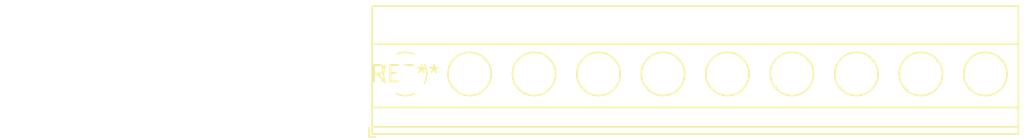
<source format=kicad_pcb>
(kicad_pcb (version 20240108) (generator pcbnew)
  (layers (0 "F.Cu" signal) (31 "B.Cu" signal) (34 "B.Paste" user) (35 "F.Paste" user) (36 "B.SilkS" user "B.Silkscreen") (37 "F.SilkS" user "F.Silkscreen") (38 "B.Mask" user) (39 "F.Mask" user) (44 "Edge.Cuts" user))
  (net 0 "")
  (footprint "TerminalBlock_Phoenix_MKDS-1,5-10_1x10_P5.00mm_Horizontal" (layer "F.Cu") (at 0 0)
    (property "Reference" "REF**")
    (property "Value" "TerminalBlock_Phoenix_MKDS-1,5-10_1x10_P5.00mm_Horizontal")
    (fp_line (start -2.8 4.16) (end -2.8 4.9) (layer "F.SilkS") (stroke (width 0.12)))
    (fp_line (start -2.8 4.9) (end -2.3 4.9) (layer "F.SilkS") (stroke (width 0.12)))
    (fp_line (start -2.56 -5.261) (end -2.56 4.66) (layer "F.SilkS") (stroke (width 0.12)))
    (fp_line (start -2.56 -5.261) (end 47.56 -5.261) (layer "F.SilkS") (stroke (width 0.12)))
    (fp_line (start -2.56 -2.301) (end 47.56 -2.301) (layer "F.SilkS") (stroke (width 0.12)))
    (fp_line (start -2.56 2.6) (end 47.56 2.6) (layer "F.SilkS") (stroke (width 0.12)))
    (fp_line (start -2.56 4.1) (end 47.56 4.1) (layer "F.SilkS") (stroke (width 0.12)))
    (fp_line (start -2.56 4.66) (end 47.56 4.66) (layer "F.SilkS") (stroke (width 0.12)))
    (fp_line (start 3.773 1.023) (end 3.726 1.069) (layer "F.SilkS") (stroke (width 0.12)))
    (fp_line (start 3.966 1.239) (end 3.931 1.274) (layer "F.SilkS") (stroke (width 0.12)))
    (fp_line (start 6.07 -1.275) (end 6.035 -1.239) (layer "F.SilkS") (stroke (width 0.12)))
    (fp_line (start 6.275 -1.069) (end 6.228 -1.023) (layer "F.SilkS") (stroke (width 0.12)))
    (fp_line (start 8.773 1.023) (end 8.726 1.069) (layer "F.SilkS") (stroke (width 0.12)))
    (fp_line (start 8.966 1.239) (end 8.931 1.274) (layer "F.SilkS") (stroke (width 0.12)))
    (fp_line (start 11.07 -1.275) (end 11.035 -1.239) (layer "F.SilkS") (stroke (width 0.12)))
    (fp_line (start 11.275 -1.069) (end 11.228 -1.023) (layer "F.SilkS") (stroke (width 0.12)))
    (fp_line (start 13.773 1.023) (end 13.726 1.069) (layer "F.SilkS") (stroke (width 0.12)))
    (fp_line (start 13.966 1.239) (end 13.931 1.274) (layer "F.SilkS") (stroke (width 0.12)))
    (fp_line (start 16.07 -1.275) (end 16.035 -1.239) (layer "F.SilkS") (stroke (width 0.12)))
    (fp_line (start 16.275 -1.069) (end 16.228 -1.023) (layer "F.SilkS") (stroke (width 0.12)))
    (fp_line (start 18.773 1.023) (end 18.726 1.069) (layer "F.SilkS") (stroke (width 0.12)))
    (fp_line (start 18.966 1.239) (end 18.931 1.274) (layer "F.SilkS") (stroke (width 0.12)))
    (fp_line (start 21.07 -1.275) (end 21.035 -1.239) (layer "F.SilkS") (stroke (width 0.12)))
    (fp_line (start 21.275 -1.069) (end 21.228 -1.023) (layer "F.SilkS") (stroke (width 0.12)))
    (fp_line (start 23.773 1.023) (end 23.726 1.069) (layer "F.SilkS") (stroke (width 0.12)))
    (fp_line (start 23.966 1.239) (end 23.931 1.274) (layer "F.SilkS") (stroke (width 0.12)))
    (fp_line (start 26.07 -1.275) (end 26.035 -1.239) (layer "F.SilkS") (stroke (width 0.12)))
    (fp_line (start 26.275 -1.069) (end 26.228 -1.023) (layer "F.SilkS") (stroke (width 0.12)))
    (fp_line (start 28.773 1.023) (end 28.726 1.069) (layer "F.SilkS") (stroke (width 0.12)))
    (fp_line (start 28.966 1.239) (end 28.931 1.274) (layer "F.SilkS") (stroke (width 0.12)))
    (fp_line (start 31.07 -1.275) (end 31.035 -1.239) (layer "F.SilkS") (stroke (width 0.12)))
    (fp_line (start 31.275 -1.069) (end 31.228 -1.023) (layer "F.SilkS") (stroke (width 0.12)))
    (fp_line (start 33.773 1.023) (end 33.726 1.069) (layer "F.SilkS") (stroke (width 0.12)))
    (fp_line (start 33.966 1.239) (end 33.931 1.274) (layer "F.SilkS") (stroke (width 0.12)))
    (fp_line (start 36.07 -1.275) (end 36.035 -1.239) (layer "F.SilkS") (stroke (width 0.12)))
    (fp_line (start 36.275 -1.069) (end 36.228 -1.023) (layer "F.SilkS") (stroke (width 0.12)))
    (fp_line (start 38.773 1.023) (end 38.726 1.069) (layer "F.SilkS") (stroke (width 0.12)))
    (fp_line (start 38.966 1.239) (end 38.931 1.274) (layer "F.SilkS") (stroke (width 0.12)))
    (fp_line (start 41.07 -1.275) (end 41.035 -1.239) (layer "F.SilkS") (stroke (width 0.12)))
    (fp_line (start 41.275 -1.069) (end 41.228 -1.023) (layer "F.SilkS") (stroke (width 0.12)))
    (fp_line (start 43.773 1.023) (end 43.726 1.069) (layer "F.SilkS") (stroke (width 0.12)))
    (fp_line (start 43.966 1.239) (end 43.931 1.274) (layer "F.SilkS") (stroke (width 0.12)))
    (fp_line (start 46.07 -1.275) (end 46.035 -1.239) (layer "F.SilkS") (stroke (width 0.12)))
    (fp_line (start 46.275 -1.069) (end 46.228 -1.023) (layer "F.SilkS") (stroke (width 0.12)))
    (fp_line (start 47.56 -5.261) (end 47.56 4.66) (layer "F.SilkS") (stroke (width 0.12)))
    (fp_arc (start -1.535427 0.683042) (mid -1.680501 -0.000524) (end -1.535 -0.684) (layer "F.SilkS") (stroke (width 0.12)))
    (fp_arc (start -0.683042 -1.535427) (mid 0.000524 -1.680501) (end 0.684 -1.535) (layer "F.SilkS") (stroke (width 0.12)))
    (fp_arc (start 0.028805 1.680253) (mid -0.335551 1.646659) (end -0.684 1.535) (layer "F.SilkS") (stroke (width 0.12)))
    (fp_arc (start 0.683318 1.534756) (mid 0.349292 1.643288) (end 0 1.68) (layer "F.SilkS") (stroke (width 0.12)))
    (fp_arc (start 1.535427 -0.683042) (mid 1.680501 0.000524) (end 1.535 0.684) (layer "F.SilkS") (stroke (width 0.12)))
    (fp_circle (center 5 0) (end 6.68 0) (layer "F.SilkS") (stroke (width 0.12)) (fill none))
    (fp_circle (center 10 0) (end 11.68 0) (layer "F.SilkS") (stroke (width 0.12)) (fill none))
    (fp_circle (center 15 0) (end 16.68 0) (layer "F.SilkS") (stroke (width 0.12)) (fill none))
    (fp_circle (center 20 0) (end 21.68 0) (layer "F.SilkS") (stroke (width 0.12)) (fill none))
    (fp_circle (center 25 0) (end 26.68 0) (layer "F.SilkS") (stroke (width 0.12)) (fill none))
    (fp_circle (center 30 0) (end 31.68 0) (layer "F.SilkS") (stroke (width 0.12)) (fill none))
    (fp_circle (center 35 0) (end 36.68 0) (layer "F.SilkS") (stroke (width 0.12)) (fill none))
    (fp_circle (center 40 0) (end 41.68 0) (layer "F.SilkS") (stroke (width 0.12)) (fill none))
    (fp_circle (center 45 0) (end 46.68 0) (layer "F.SilkS") (stroke (width 0.12)) (fill none))
    (pad "1" thru_hole rect (at 0 0) (size 2.6 2.6) (drill 1.3) (layers *.Cu *.Mask) (remove_unused_layers))
    (pad "2" thru_hole circle (at 5 0) (size 2.6 2.6) (drill 1.3) (layers *.Cu *.Mask) (remove_unused_layers))
    (pad "3" thru_hole circle (at 10 0) (size 2.6 2.6) (drill 1.3) (layers *.Cu *.Mask) (remove_unused_layers))
    (pad "4" thru_hole circle (at 15 0) (size 2.6 2.6) (drill 1.3) (layers *.Cu *.Mask) (remove_unused_layers))
    (pad "5" thru_hole circle (at 20 0) (size 2.6 2.6) (drill 1.3) (layers *.Cu *.Mask) (remove_unused_layers))
    (pad "6" thru_hole circle (at 25 0) (size 2.6 2.6) (drill 1.3) (layers *.Cu *.Mask) (remove_unused_layers))
    (pad "7" thru_hole circle (at 30 0) (size 2.6 2.6) (drill 1.3) (layers *.Cu *.Mask) (remove_unused_layers))
    (pad "8" thru_hole circle (at 35 0) (size 2.6 2.6) (drill 1.3) (layers *.Cu *.Mask) (remove_unused_layers))
    (pad "9" thru_hole circle (at 40 0) (size 2.6 2.6) (drill 1.3) (layers *.Cu *.Mask) (remove_unused_layers))
    (pad "10" thru_hole circle (at 45 0) (size 2.6 2.6) (drill 1.3) (layers *.Cu *.Mask) (remove_unused_layers))
  )
)
</source>
